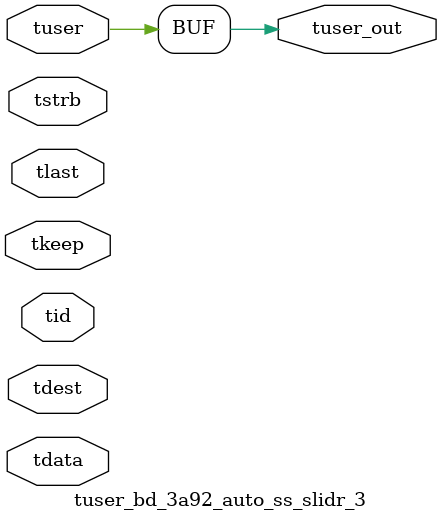
<source format=v>


`timescale 1ps/1ps

module tuser_bd_3a92_auto_ss_slidr_3 #
(
parameter C_S_AXIS_TUSER_WIDTH = 1,
parameter C_S_AXIS_TDATA_WIDTH = 32,
parameter C_S_AXIS_TID_WIDTH   = 0,
parameter C_S_AXIS_TDEST_WIDTH = 0,
parameter C_M_AXIS_TUSER_WIDTH = 1
)
(
input  [(C_S_AXIS_TUSER_WIDTH == 0 ? 1 : C_S_AXIS_TUSER_WIDTH)-1:0     ] tuser,
input  [(C_S_AXIS_TDATA_WIDTH == 0 ? 1 : C_S_AXIS_TDATA_WIDTH)-1:0     ] tdata,
input  [(C_S_AXIS_TID_WIDTH   == 0 ? 1 : C_S_AXIS_TID_WIDTH)-1:0       ] tid,
input  [(C_S_AXIS_TDEST_WIDTH == 0 ? 1 : C_S_AXIS_TDEST_WIDTH)-1:0     ] tdest,
input  [(C_S_AXIS_TDATA_WIDTH/8)-1:0 ] tkeep,
input  [(C_S_AXIS_TDATA_WIDTH/8)-1:0 ] tstrb,
input                                                                    tlast,
output [C_M_AXIS_TUSER_WIDTH-1:0] tuser_out
);

assign tuser_out = {tuser[0:0]};

endmodule


</source>
